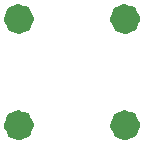
<source format=gbr>
%TF.GenerationSoftware,Altium Limited,Altium Designer,23.6.0 (18)*%
G04 Layer_Color=16711935*
%FSLAX25Y25*%
%MOIN*%
%TF.SameCoordinates,9FC677E3-0757-43A4-AD8A-435CCD31EDD7*%
%TF.FilePolarity,Positive*%
%TF.FileFunction,Keep-out,Top*%
%TF.Part,Single*%
G01*
G75*
%TA.AperFunction,NonConductor*%
%ADD89C,0.05118*%
D89*
X369843Y82284D02*
G03*
X369843Y82284I-2559J0D01*
G01*
Y117717D02*
G03*
X369843Y117717I-2559J0D01*
G01*
X405276Y82284D02*
G03*
X405276Y82284I-2559J0D01*
G01*
Y117717D02*
G03*
X405276Y117717I-2559J0D01*
G01*
%TF.MD5,9072b45b6b7a11e0e2405e5398242a92*%
M02*

</source>
